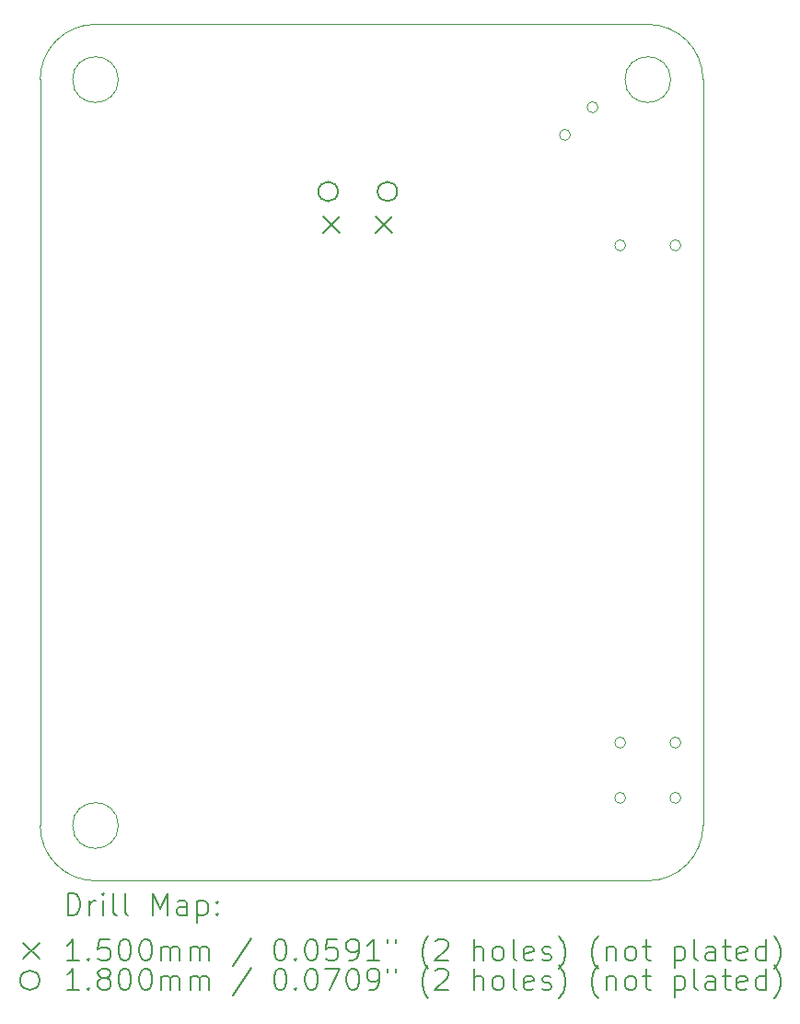
<source format=gbr>
%TF.GenerationSoftware,KiCad,Pcbnew,7.0.6-0*%
%TF.CreationDate,2023-12-23T18:43:20-05:00*%
%TF.ProjectId,Cornhole Wiring,436f726e-686f-46c6-9520-576972696e67,rev?*%
%TF.SameCoordinates,Original*%
%TF.FileFunction,Drillmap*%
%TF.FilePolarity,Positive*%
%FSLAX45Y45*%
G04 Gerber Fmt 4.5, Leading zero omitted, Abs format (unit mm)*
G04 Created by KiCad (PCBNEW 7.0.6-0) date 2023-12-23 18:43:20*
%MOMM*%
%LPD*%
G01*
G04 APERTURE LIST*
%ADD10C,0.100000*%
%ADD11C,0.200000*%
%ADD12C,0.150000*%
%ADD13C,0.180000*%
G04 APERTURE END LIST*
D10*
X11226000Y-5334000D02*
G75*
G03*
X11226000Y-5334000I-50000J0D01*
G01*
X10972000Y-5588000D02*
G75*
G03*
X10972000Y-5588000I-50000J0D01*
G01*
X11988000Y-6604000D02*
G75*
G03*
X11988000Y-6604000I-50000J0D01*
G01*
X11480000Y-6604000D02*
G75*
G03*
X11480000Y-6604000I-50000J0D01*
G01*
X11480000Y-11684000D02*
G75*
G03*
X11480000Y-11684000I-50000J0D01*
G01*
X11988000Y-11176000D02*
G75*
G03*
X11988000Y-11176000I-50000J0D01*
G01*
X11480000Y-11176000D02*
G75*
G03*
X11480000Y-11176000I-50000J0D01*
G01*
X11988000Y-11684000D02*
G75*
G03*
X11988000Y-11684000I-50000J0D01*
G01*
X6814000Y-11938000D02*
G75*
G03*
X6814000Y-11938000I-210000J0D01*
G01*
X6814000Y-5080000D02*
G75*
G03*
X6814000Y-5080000I-210000J0D01*
G01*
X11894000Y-5080000D02*
G75*
G03*
X11894000Y-5080000I-210000J0D01*
G01*
X6604000Y-12446000D02*
X11684000Y-12446000D01*
X6096000Y-5080000D02*
X6096000Y-11938000D01*
X11684000Y-4572000D02*
X6604000Y-4572000D01*
X12192000Y-11938000D02*
X12192000Y-5080000D01*
X11684000Y-12446000D02*
G75*
G03*
X12192000Y-11938000I0J508000D01*
G01*
X6096000Y-11938000D02*
G75*
G03*
X6604000Y-12446000I508000J0D01*
G01*
X6604000Y-4572000D02*
G75*
G03*
X6096000Y-5080000I0J-508000D01*
G01*
X12192000Y-5080000D02*
G75*
G03*
X11684000Y-4572000I-508000J0D01*
G01*
D11*
D12*
X8699500Y-6337000D02*
X8849500Y-6487000D01*
X8849500Y-6337000D02*
X8699500Y-6487000D01*
X9184500Y-6337000D02*
X9334500Y-6487000D01*
X9334500Y-6337000D02*
X9184500Y-6487000D01*
D13*
X8834500Y-6109000D02*
G75*
G03*
X8834500Y-6109000I-90000J0D01*
G01*
X9379500Y-6109000D02*
G75*
G03*
X9379500Y-6109000I-90000J0D01*
G01*
D11*
X6351777Y-12762484D02*
X6351777Y-12562484D01*
X6351777Y-12562484D02*
X6399396Y-12562484D01*
X6399396Y-12562484D02*
X6427967Y-12572008D01*
X6427967Y-12572008D02*
X6447015Y-12591055D01*
X6447015Y-12591055D02*
X6456539Y-12610103D01*
X6456539Y-12610103D02*
X6466062Y-12648198D01*
X6466062Y-12648198D02*
X6466062Y-12676769D01*
X6466062Y-12676769D02*
X6456539Y-12714865D01*
X6456539Y-12714865D02*
X6447015Y-12733912D01*
X6447015Y-12733912D02*
X6427967Y-12752960D01*
X6427967Y-12752960D02*
X6399396Y-12762484D01*
X6399396Y-12762484D02*
X6351777Y-12762484D01*
X6551777Y-12762484D02*
X6551777Y-12629150D01*
X6551777Y-12667246D02*
X6561301Y-12648198D01*
X6561301Y-12648198D02*
X6570824Y-12638674D01*
X6570824Y-12638674D02*
X6589872Y-12629150D01*
X6589872Y-12629150D02*
X6608920Y-12629150D01*
X6675586Y-12762484D02*
X6675586Y-12629150D01*
X6675586Y-12562484D02*
X6666062Y-12572008D01*
X6666062Y-12572008D02*
X6675586Y-12581531D01*
X6675586Y-12581531D02*
X6685110Y-12572008D01*
X6685110Y-12572008D02*
X6675586Y-12562484D01*
X6675586Y-12562484D02*
X6675586Y-12581531D01*
X6799396Y-12762484D02*
X6780348Y-12752960D01*
X6780348Y-12752960D02*
X6770824Y-12733912D01*
X6770824Y-12733912D02*
X6770824Y-12562484D01*
X6904158Y-12762484D02*
X6885110Y-12752960D01*
X6885110Y-12752960D02*
X6875586Y-12733912D01*
X6875586Y-12733912D02*
X6875586Y-12562484D01*
X7132729Y-12762484D02*
X7132729Y-12562484D01*
X7132729Y-12562484D02*
X7199396Y-12705341D01*
X7199396Y-12705341D02*
X7266062Y-12562484D01*
X7266062Y-12562484D02*
X7266062Y-12762484D01*
X7447015Y-12762484D02*
X7447015Y-12657722D01*
X7447015Y-12657722D02*
X7437491Y-12638674D01*
X7437491Y-12638674D02*
X7418443Y-12629150D01*
X7418443Y-12629150D02*
X7380348Y-12629150D01*
X7380348Y-12629150D02*
X7361301Y-12638674D01*
X7447015Y-12752960D02*
X7427967Y-12762484D01*
X7427967Y-12762484D02*
X7380348Y-12762484D01*
X7380348Y-12762484D02*
X7361301Y-12752960D01*
X7361301Y-12752960D02*
X7351777Y-12733912D01*
X7351777Y-12733912D02*
X7351777Y-12714865D01*
X7351777Y-12714865D02*
X7361301Y-12695817D01*
X7361301Y-12695817D02*
X7380348Y-12686293D01*
X7380348Y-12686293D02*
X7427967Y-12686293D01*
X7427967Y-12686293D02*
X7447015Y-12676769D01*
X7542253Y-12629150D02*
X7542253Y-12829150D01*
X7542253Y-12638674D02*
X7561301Y-12629150D01*
X7561301Y-12629150D02*
X7599396Y-12629150D01*
X7599396Y-12629150D02*
X7618443Y-12638674D01*
X7618443Y-12638674D02*
X7627967Y-12648198D01*
X7627967Y-12648198D02*
X7637491Y-12667246D01*
X7637491Y-12667246D02*
X7637491Y-12724388D01*
X7637491Y-12724388D02*
X7627967Y-12743436D01*
X7627967Y-12743436D02*
X7618443Y-12752960D01*
X7618443Y-12752960D02*
X7599396Y-12762484D01*
X7599396Y-12762484D02*
X7561301Y-12762484D01*
X7561301Y-12762484D02*
X7542253Y-12752960D01*
X7723205Y-12743436D02*
X7732729Y-12752960D01*
X7732729Y-12752960D02*
X7723205Y-12762484D01*
X7723205Y-12762484D02*
X7713682Y-12752960D01*
X7713682Y-12752960D02*
X7723205Y-12743436D01*
X7723205Y-12743436D02*
X7723205Y-12762484D01*
X7723205Y-12638674D02*
X7732729Y-12648198D01*
X7732729Y-12648198D02*
X7723205Y-12657722D01*
X7723205Y-12657722D02*
X7713682Y-12648198D01*
X7713682Y-12648198D02*
X7723205Y-12638674D01*
X7723205Y-12638674D02*
X7723205Y-12657722D01*
D12*
X5941000Y-13016000D02*
X6091000Y-13166000D01*
X6091000Y-13016000D02*
X5941000Y-13166000D01*
D11*
X6456539Y-13182484D02*
X6342253Y-13182484D01*
X6399396Y-13182484D02*
X6399396Y-12982484D01*
X6399396Y-12982484D02*
X6380348Y-13011055D01*
X6380348Y-13011055D02*
X6361301Y-13030103D01*
X6361301Y-13030103D02*
X6342253Y-13039627D01*
X6542253Y-13163436D02*
X6551777Y-13172960D01*
X6551777Y-13172960D02*
X6542253Y-13182484D01*
X6542253Y-13182484D02*
X6532729Y-13172960D01*
X6532729Y-13172960D02*
X6542253Y-13163436D01*
X6542253Y-13163436D02*
X6542253Y-13182484D01*
X6732729Y-12982484D02*
X6637491Y-12982484D01*
X6637491Y-12982484D02*
X6627967Y-13077722D01*
X6627967Y-13077722D02*
X6637491Y-13068198D01*
X6637491Y-13068198D02*
X6656539Y-13058674D01*
X6656539Y-13058674D02*
X6704158Y-13058674D01*
X6704158Y-13058674D02*
X6723205Y-13068198D01*
X6723205Y-13068198D02*
X6732729Y-13077722D01*
X6732729Y-13077722D02*
X6742253Y-13096769D01*
X6742253Y-13096769D02*
X6742253Y-13144388D01*
X6742253Y-13144388D02*
X6732729Y-13163436D01*
X6732729Y-13163436D02*
X6723205Y-13172960D01*
X6723205Y-13172960D02*
X6704158Y-13182484D01*
X6704158Y-13182484D02*
X6656539Y-13182484D01*
X6656539Y-13182484D02*
X6637491Y-13172960D01*
X6637491Y-13172960D02*
X6627967Y-13163436D01*
X6866062Y-12982484D02*
X6885110Y-12982484D01*
X6885110Y-12982484D02*
X6904158Y-12992008D01*
X6904158Y-12992008D02*
X6913682Y-13001531D01*
X6913682Y-13001531D02*
X6923205Y-13020579D01*
X6923205Y-13020579D02*
X6932729Y-13058674D01*
X6932729Y-13058674D02*
X6932729Y-13106293D01*
X6932729Y-13106293D02*
X6923205Y-13144388D01*
X6923205Y-13144388D02*
X6913682Y-13163436D01*
X6913682Y-13163436D02*
X6904158Y-13172960D01*
X6904158Y-13172960D02*
X6885110Y-13182484D01*
X6885110Y-13182484D02*
X6866062Y-13182484D01*
X6866062Y-13182484D02*
X6847015Y-13172960D01*
X6847015Y-13172960D02*
X6837491Y-13163436D01*
X6837491Y-13163436D02*
X6827967Y-13144388D01*
X6827967Y-13144388D02*
X6818443Y-13106293D01*
X6818443Y-13106293D02*
X6818443Y-13058674D01*
X6818443Y-13058674D02*
X6827967Y-13020579D01*
X6827967Y-13020579D02*
X6837491Y-13001531D01*
X6837491Y-13001531D02*
X6847015Y-12992008D01*
X6847015Y-12992008D02*
X6866062Y-12982484D01*
X7056539Y-12982484D02*
X7075586Y-12982484D01*
X7075586Y-12982484D02*
X7094634Y-12992008D01*
X7094634Y-12992008D02*
X7104158Y-13001531D01*
X7104158Y-13001531D02*
X7113682Y-13020579D01*
X7113682Y-13020579D02*
X7123205Y-13058674D01*
X7123205Y-13058674D02*
X7123205Y-13106293D01*
X7123205Y-13106293D02*
X7113682Y-13144388D01*
X7113682Y-13144388D02*
X7104158Y-13163436D01*
X7104158Y-13163436D02*
X7094634Y-13172960D01*
X7094634Y-13172960D02*
X7075586Y-13182484D01*
X7075586Y-13182484D02*
X7056539Y-13182484D01*
X7056539Y-13182484D02*
X7037491Y-13172960D01*
X7037491Y-13172960D02*
X7027967Y-13163436D01*
X7027967Y-13163436D02*
X7018443Y-13144388D01*
X7018443Y-13144388D02*
X7008920Y-13106293D01*
X7008920Y-13106293D02*
X7008920Y-13058674D01*
X7008920Y-13058674D02*
X7018443Y-13020579D01*
X7018443Y-13020579D02*
X7027967Y-13001531D01*
X7027967Y-13001531D02*
X7037491Y-12992008D01*
X7037491Y-12992008D02*
X7056539Y-12982484D01*
X7208920Y-13182484D02*
X7208920Y-13049150D01*
X7208920Y-13068198D02*
X7218443Y-13058674D01*
X7218443Y-13058674D02*
X7237491Y-13049150D01*
X7237491Y-13049150D02*
X7266063Y-13049150D01*
X7266063Y-13049150D02*
X7285110Y-13058674D01*
X7285110Y-13058674D02*
X7294634Y-13077722D01*
X7294634Y-13077722D02*
X7294634Y-13182484D01*
X7294634Y-13077722D02*
X7304158Y-13058674D01*
X7304158Y-13058674D02*
X7323205Y-13049150D01*
X7323205Y-13049150D02*
X7351777Y-13049150D01*
X7351777Y-13049150D02*
X7370824Y-13058674D01*
X7370824Y-13058674D02*
X7380348Y-13077722D01*
X7380348Y-13077722D02*
X7380348Y-13182484D01*
X7475586Y-13182484D02*
X7475586Y-13049150D01*
X7475586Y-13068198D02*
X7485110Y-13058674D01*
X7485110Y-13058674D02*
X7504158Y-13049150D01*
X7504158Y-13049150D02*
X7532729Y-13049150D01*
X7532729Y-13049150D02*
X7551777Y-13058674D01*
X7551777Y-13058674D02*
X7561301Y-13077722D01*
X7561301Y-13077722D02*
X7561301Y-13182484D01*
X7561301Y-13077722D02*
X7570824Y-13058674D01*
X7570824Y-13058674D02*
X7589872Y-13049150D01*
X7589872Y-13049150D02*
X7618443Y-13049150D01*
X7618443Y-13049150D02*
X7637491Y-13058674D01*
X7637491Y-13058674D02*
X7647015Y-13077722D01*
X7647015Y-13077722D02*
X7647015Y-13182484D01*
X8037491Y-12972960D02*
X7866063Y-13230103D01*
X8294634Y-12982484D02*
X8313682Y-12982484D01*
X8313682Y-12982484D02*
X8332729Y-12992008D01*
X8332729Y-12992008D02*
X8342253Y-13001531D01*
X8342253Y-13001531D02*
X8351777Y-13020579D01*
X8351777Y-13020579D02*
X8361301Y-13058674D01*
X8361301Y-13058674D02*
X8361301Y-13106293D01*
X8361301Y-13106293D02*
X8351777Y-13144388D01*
X8351777Y-13144388D02*
X8342253Y-13163436D01*
X8342253Y-13163436D02*
X8332729Y-13172960D01*
X8332729Y-13172960D02*
X8313682Y-13182484D01*
X8313682Y-13182484D02*
X8294634Y-13182484D01*
X8294634Y-13182484D02*
X8275586Y-13172960D01*
X8275586Y-13172960D02*
X8266063Y-13163436D01*
X8266063Y-13163436D02*
X8256539Y-13144388D01*
X8256539Y-13144388D02*
X8247015Y-13106293D01*
X8247015Y-13106293D02*
X8247015Y-13058674D01*
X8247015Y-13058674D02*
X8256539Y-13020579D01*
X8256539Y-13020579D02*
X8266063Y-13001531D01*
X8266063Y-13001531D02*
X8275586Y-12992008D01*
X8275586Y-12992008D02*
X8294634Y-12982484D01*
X8447015Y-13163436D02*
X8456539Y-13172960D01*
X8456539Y-13172960D02*
X8447015Y-13182484D01*
X8447015Y-13182484D02*
X8437491Y-13172960D01*
X8437491Y-13172960D02*
X8447015Y-13163436D01*
X8447015Y-13163436D02*
X8447015Y-13182484D01*
X8580348Y-12982484D02*
X8599396Y-12982484D01*
X8599396Y-12982484D02*
X8618444Y-12992008D01*
X8618444Y-12992008D02*
X8627968Y-13001531D01*
X8627968Y-13001531D02*
X8637491Y-13020579D01*
X8637491Y-13020579D02*
X8647015Y-13058674D01*
X8647015Y-13058674D02*
X8647015Y-13106293D01*
X8647015Y-13106293D02*
X8637491Y-13144388D01*
X8637491Y-13144388D02*
X8627968Y-13163436D01*
X8627968Y-13163436D02*
X8618444Y-13172960D01*
X8618444Y-13172960D02*
X8599396Y-13182484D01*
X8599396Y-13182484D02*
X8580348Y-13182484D01*
X8580348Y-13182484D02*
X8561301Y-13172960D01*
X8561301Y-13172960D02*
X8551777Y-13163436D01*
X8551777Y-13163436D02*
X8542253Y-13144388D01*
X8542253Y-13144388D02*
X8532729Y-13106293D01*
X8532729Y-13106293D02*
X8532729Y-13058674D01*
X8532729Y-13058674D02*
X8542253Y-13020579D01*
X8542253Y-13020579D02*
X8551777Y-13001531D01*
X8551777Y-13001531D02*
X8561301Y-12992008D01*
X8561301Y-12992008D02*
X8580348Y-12982484D01*
X8827968Y-12982484D02*
X8732729Y-12982484D01*
X8732729Y-12982484D02*
X8723206Y-13077722D01*
X8723206Y-13077722D02*
X8732729Y-13068198D01*
X8732729Y-13068198D02*
X8751777Y-13058674D01*
X8751777Y-13058674D02*
X8799396Y-13058674D01*
X8799396Y-13058674D02*
X8818444Y-13068198D01*
X8818444Y-13068198D02*
X8827968Y-13077722D01*
X8827968Y-13077722D02*
X8837491Y-13096769D01*
X8837491Y-13096769D02*
X8837491Y-13144388D01*
X8837491Y-13144388D02*
X8827968Y-13163436D01*
X8827968Y-13163436D02*
X8818444Y-13172960D01*
X8818444Y-13172960D02*
X8799396Y-13182484D01*
X8799396Y-13182484D02*
X8751777Y-13182484D01*
X8751777Y-13182484D02*
X8732729Y-13172960D01*
X8732729Y-13172960D02*
X8723206Y-13163436D01*
X8932729Y-13182484D02*
X8970825Y-13182484D01*
X8970825Y-13182484D02*
X8989872Y-13172960D01*
X8989872Y-13172960D02*
X8999396Y-13163436D01*
X8999396Y-13163436D02*
X9018444Y-13134865D01*
X9018444Y-13134865D02*
X9027968Y-13096769D01*
X9027968Y-13096769D02*
X9027968Y-13020579D01*
X9027968Y-13020579D02*
X9018444Y-13001531D01*
X9018444Y-13001531D02*
X9008920Y-12992008D01*
X9008920Y-12992008D02*
X8989872Y-12982484D01*
X8989872Y-12982484D02*
X8951777Y-12982484D01*
X8951777Y-12982484D02*
X8932729Y-12992008D01*
X8932729Y-12992008D02*
X8923206Y-13001531D01*
X8923206Y-13001531D02*
X8913682Y-13020579D01*
X8913682Y-13020579D02*
X8913682Y-13068198D01*
X8913682Y-13068198D02*
X8923206Y-13087246D01*
X8923206Y-13087246D02*
X8932729Y-13096769D01*
X8932729Y-13096769D02*
X8951777Y-13106293D01*
X8951777Y-13106293D02*
X8989872Y-13106293D01*
X8989872Y-13106293D02*
X9008920Y-13096769D01*
X9008920Y-13096769D02*
X9018444Y-13087246D01*
X9018444Y-13087246D02*
X9027968Y-13068198D01*
X9218444Y-13182484D02*
X9104158Y-13182484D01*
X9161301Y-13182484D02*
X9161301Y-12982484D01*
X9161301Y-12982484D02*
X9142253Y-13011055D01*
X9142253Y-13011055D02*
X9123206Y-13030103D01*
X9123206Y-13030103D02*
X9104158Y-13039627D01*
X9294634Y-12982484D02*
X9294634Y-13020579D01*
X9370825Y-12982484D02*
X9370825Y-13020579D01*
X9666063Y-13258674D02*
X9656539Y-13249150D01*
X9656539Y-13249150D02*
X9637491Y-13220579D01*
X9637491Y-13220579D02*
X9627968Y-13201531D01*
X9627968Y-13201531D02*
X9618444Y-13172960D01*
X9618444Y-13172960D02*
X9608920Y-13125341D01*
X9608920Y-13125341D02*
X9608920Y-13087246D01*
X9608920Y-13087246D02*
X9618444Y-13039627D01*
X9618444Y-13039627D02*
X9627968Y-13011055D01*
X9627968Y-13011055D02*
X9637491Y-12992008D01*
X9637491Y-12992008D02*
X9656539Y-12963436D01*
X9656539Y-12963436D02*
X9666063Y-12953912D01*
X9732730Y-13001531D02*
X9742253Y-12992008D01*
X9742253Y-12992008D02*
X9761301Y-12982484D01*
X9761301Y-12982484D02*
X9808920Y-12982484D01*
X9808920Y-12982484D02*
X9827968Y-12992008D01*
X9827968Y-12992008D02*
X9837491Y-13001531D01*
X9837491Y-13001531D02*
X9847015Y-13020579D01*
X9847015Y-13020579D02*
X9847015Y-13039627D01*
X9847015Y-13039627D02*
X9837491Y-13068198D01*
X9837491Y-13068198D02*
X9723206Y-13182484D01*
X9723206Y-13182484D02*
X9847015Y-13182484D01*
X10085111Y-13182484D02*
X10085111Y-12982484D01*
X10170825Y-13182484D02*
X10170825Y-13077722D01*
X10170825Y-13077722D02*
X10161301Y-13058674D01*
X10161301Y-13058674D02*
X10142253Y-13049150D01*
X10142253Y-13049150D02*
X10113682Y-13049150D01*
X10113682Y-13049150D02*
X10094634Y-13058674D01*
X10094634Y-13058674D02*
X10085111Y-13068198D01*
X10294634Y-13182484D02*
X10275587Y-13172960D01*
X10275587Y-13172960D02*
X10266063Y-13163436D01*
X10266063Y-13163436D02*
X10256539Y-13144388D01*
X10256539Y-13144388D02*
X10256539Y-13087246D01*
X10256539Y-13087246D02*
X10266063Y-13068198D01*
X10266063Y-13068198D02*
X10275587Y-13058674D01*
X10275587Y-13058674D02*
X10294634Y-13049150D01*
X10294634Y-13049150D02*
X10323206Y-13049150D01*
X10323206Y-13049150D02*
X10342253Y-13058674D01*
X10342253Y-13058674D02*
X10351777Y-13068198D01*
X10351777Y-13068198D02*
X10361301Y-13087246D01*
X10361301Y-13087246D02*
X10361301Y-13144388D01*
X10361301Y-13144388D02*
X10351777Y-13163436D01*
X10351777Y-13163436D02*
X10342253Y-13172960D01*
X10342253Y-13172960D02*
X10323206Y-13182484D01*
X10323206Y-13182484D02*
X10294634Y-13182484D01*
X10475587Y-13182484D02*
X10456539Y-13172960D01*
X10456539Y-13172960D02*
X10447015Y-13153912D01*
X10447015Y-13153912D02*
X10447015Y-12982484D01*
X10627968Y-13172960D02*
X10608920Y-13182484D01*
X10608920Y-13182484D02*
X10570825Y-13182484D01*
X10570825Y-13182484D02*
X10551777Y-13172960D01*
X10551777Y-13172960D02*
X10542253Y-13153912D01*
X10542253Y-13153912D02*
X10542253Y-13077722D01*
X10542253Y-13077722D02*
X10551777Y-13058674D01*
X10551777Y-13058674D02*
X10570825Y-13049150D01*
X10570825Y-13049150D02*
X10608920Y-13049150D01*
X10608920Y-13049150D02*
X10627968Y-13058674D01*
X10627968Y-13058674D02*
X10637492Y-13077722D01*
X10637492Y-13077722D02*
X10637492Y-13096769D01*
X10637492Y-13096769D02*
X10542253Y-13115817D01*
X10713682Y-13172960D02*
X10732730Y-13182484D01*
X10732730Y-13182484D02*
X10770825Y-13182484D01*
X10770825Y-13182484D02*
X10789873Y-13172960D01*
X10789873Y-13172960D02*
X10799396Y-13153912D01*
X10799396Y-13153912D02*
X10799396Y-13144388D01*
X10799396Y-13144388D02*
X10789873Y-13125341D01*
X10789873Y-13125341D02*
X10770825Y-13115817D01*
X10770825Y-13115817D02*
X10742253Y-13115817D01*
X10742253Y-13115817D02*
X10723206Y-13106293D01*
X10723206Y-13106293D02*
X10713682Y-13087246D01*
X10713682Y-13087246D02*
X10713682Y-13077722D01*
X10713682Y-13077722D02*
X10723206Y-13058674D01*
X10723206Y-13058674D02*
X10742253Y-13049150D01*
X10742253Y-13049150D02*
X10770825Y-13049150D01*
X10770825Y-13049150D02*
X10789873Y-13058674D01*
X10866063Y-13258674D02*
X10875587Y-13249150D01*
X10875587Y-13249150D02*
X10894634Y-13220579D01*
X10894634Y-13220579D02*
X10904158Y-13201531D01*
X10904158Y-13201531D02*
X10913682Y-13172960D01*
X10913682Y-13172960D02*
X10923206Y-13125341D01*
X10923206Y-13125341D02*
X10923206Y-13087246D01*
X10923206Y-13087246D02*
X10913682Y-13039627D01*
X10913682Y-13039627D02*
X10904158Y-13011055D01*
X10904158Y-13011055D02*
X10894634Y-12992008D01*
X10894634Y-12992008D02*
X10875587Y-12963436D01*
X10875587Y-12963436D02*
X10866063Y-12953912D01*
X11227968Y-13258674D02*
X11218444Y-13249150D01*
X11218444Y-13249150D02*
X11199396Y-13220579D01*
X11199396Y-13220579D02*
X11189872Y-13201531D01*
X11189872Y-13201531D02*
X11180349Y-13172960D01*
X11180349Y-13172960D02*
X11170825Y-13125341D01*
X11170825Y-13125341D02*
X11170825Y-13087246D01*
X11170825Y-13087246D02*
X11180349Y-13039627D01*
X11180349Y-13039627D02*
X11189872Y-13011055D01*
X11189872Y-13011055D02*
X11199396Y-12992008D01*
X11199396Y-12992008D02*
X11218444Y-12963436D01*
X11218444Y-12963436D02*
X11227968Y-12953912D01*
X11304158Y-13049150D02*
X11304158Y-13182484D01*
X11304158Y-13068198D02*
X11313682Y-13058674D01*
X11313682Y-13058674D02*
X11332730Y-13049150D01*
X11332730Y-13049150D02*
X11361301Y-13049150D01*
X11361301Y-13049150D02*
X11380349Y-13058674D01*
X11380349Y-13058674D02*
X11389872Y-13077722D01*
X11389872Y-13077722D02*
X11389872Y-13182484D01*
X11513682Y-13182484D02*
X11494634Y-13172960D01*
X11494634Y-13172960D02*
X11485111Y-13163436D01*
X11485111Y-13163436D02*
X11475587Y-13144388D01*
X11475587Y-13144388D02*
X11475587Y-13087246D01*
X11475587Y-13087246D02*
X11485111Y-13068198D01*
X11485111Y-13068198D02*
X11494634Y-13058674D01*
X11494634Y-13058674D02*
X11513682Y-13049150D01*
X11513682Y-13049150D02*
X11542253Y-13049150D01*
X11542253Y-13049150D02*
X11561301Y-13058674D01*
X11561301Y-13058674D02*
X11570825Y-13068198D01*
X11570825Y-13068198D02*
X11580349Y-13087246D01*
X11580349Y-13087246D02*
X11580349Y-13144388D01*
X11580349Y-13144388D02*
X11570825Y-13163436D01*
X11570825Y-13163436D02*
X11561301Y-13172960D01*
X11561301Y-13172960D02*
X11542253Y-13182484D01*
X11542253Y-13182484D02*
X11513682Y-13182484D01*
X11637492Y-13049150D02*
X11713682Y-13049150D01*
X11666063Y-12982484D02*
X11666063Y-13153912D01*
X11666063Y-13153912D02*
X11675587Y-13172960D01*
X11675587Y-13172960D02*
X11694634Y-13182484D01*
X11694634Y-13182484D02*
X11713682Y-13182484D01*
X11932730Y-13049150D02*
X11932730Y-13249150D01*
X11932730Y-13058674D02*
X11951777Y-13049150D01*
X11951777Y-13049150D02*
X11989873Y-13049150D01*
X11989873Y-13049150D02*
X12008920Y-13058674D01*
X12008920Y-13058674D02*
X12018444Y-13068198D01*
X12018444Y-13068198D02*
X12027968Y-13087246D01*
X12027968Y-13087246D02*
X12027968Y-13144388D01*
X12027968Y-13144388D02*
X12018444Y-13163436D01*
X12018444Y-13163436D02*
X12008920Y-13172960D01*
X12008920Y-13172960D02*
X11989873Y-13182484D01*
X11989873Y-13182484D02*
X11951777Y-13182484D01*
X11951777Y-13182484D02*
X11932730Y-13172960D01*
X12142253Y-13182484D02*
X12123206Y-13172960D01*
X12123206Y-13172960D02*
X12113682Y-13153912D01*
X12113682Y-13153912D02*
X12113682Y-12982484D01*
X12304158Y-13182484D02*
X12304158Y-13077722D01*
X12304158Y-13077722D02*
X12294634Y-13058674D01*
X12294634Y-13058674D02*
X12275587Y-13049150D01*
X12275587Y-13049150D02*
X12237492Y-13049150D01*
X12237492Y-13049150D02*
X12218444Y-13058674D01*
X12304158Y-13172960D02*
X12285111Y-13182484D01*
X12285111Y-13182484D02*
X12237492Y-13182484D01*
X12237492Y-13182484D02*
X12218444Y-13172960D01*
X12218444Y-13172960D02*
X12208920Y-13153912D01*
X12208920Y-13153912D02*
X12208920Y-13134865D01*
X12208920Y-13134865D02*
X12218444Y-13115817D01*
X12218444Y-13115817D02*
X12237492Y-13106293D01*
X12237492Y-13106293D02*
X12285111Y-13106293D01*
X12285111Y-13106293D02*
X12304158Y-13096769D01*
X12370825Y-13049150D02*
X12447015Y-13049150D01*
X12399396Y-12982484D02*
X12399396Y-13153912D01*
X12399396Y-13153912D02*
X12408920Y-13172960D01*
X12408920Y-13172960D02*
X12427968Y-13182484D01*
X12427968Y-13182484D02*
X12447015Y-13182484D01*
X12589873Y-13172960D02*
X12570825Y-13182484D01*
X12570825Y-13182484D02*
X12532730Y-13182484D01*
X12532730Y-13182484D02*
X12513682Y-13172960D01*
X12513682Y-13172960D02*
X12504158Y-13153912D01*
X12504158Y-13153912D02*
X12504158Y-13077722D01*
X12504158Y-13077722D02*
X12513682Y-13058674D01*
X12513682Y-13058674D02*
X12532730Y-13049150D01*
X12532730Y-13049150D02*
X12570825Y-13049150D01*
X12570825Y-13049150D02*
X12589873Y-13058674D01*
X12589873Y-13058674D02*
X12599396Y-13077722D01*
X12599396Y-13077722D02*
X12599396Y-13096769D01*
X12599396Y-13096769D02*
X12504158Y-13115817D01*
X12770825Y-13182484D02*
X12770825Y-12982484D01*
X12770825Y-13172960D02*
X12751777Y-13182484D01*
X12751777Y-13182484D02*
X12713682Y-13182484D01*
X12713682Y-13182484D02*
X12694634Y-13172960D01*
X12694634Y-13172960D02*
X12685111Y-13163436D01*
X12685111Y-13163436D02*
X12675587Y-13144388D01*
X12675587Y-13144388D02*
X12675587Y-13087246D01*
X12675587Y-13087246D02*
X12685111Y-13068198D01*
X12685111Y-13068198D02*
X12694634Y-13058674D01*
X12694634Y-13058674D02*
X12713682Y-13049150D01*
X12713682Y-13049150D02*
X12751777Y-13049150D01*
X12751777Y-13049150D02*
X12770825Y-13058674D01*
X12847015Y-13258674D02*
X12856539Y-13249150D01*
X12856539Y-13249150D02*
X12875587Y-13220579D01*
X12875587Y-13220579D02*
X12885111Y-13201531D01*
X12885111Y-13201531D02*
X12894634Y-13172960D01*
X12894634Y-13172960D02*
X12904158Y-13125341D01*
X12904158Y-13125341D02*
X12904158Y-13087246D01*
X12904158Y-13087246D02*
X12894634Y-13039627D01*
X12894634Y-13039627D02*
X12885111Y-13011055D01*
X12885111Y-13011055D02*
X12875587Y-12992008D01*
X12875587Y-12992008D02*
X12856539Y-12963436D01*
X12856539Y-12963436D02*
X12847015Y-12953912D01*
D13*
X6091000Y-13361000D02*
G75*
G03*
X6091000Y-13361000I-90000J0D01*
G01*
D11*
X6456539Y-13452484D02*
X6342253Y-13452484D01*
X6399396Y-13452484D02*
X6399396Y-13252484D01*
X6399396Y-13252484D02*
X6380348Y-13281055D01*
X6380348Y-13281055D02*
X6361301Y-13300103D01*
X6361301Y-13300103D02*
X6342253Y-13309627D01*
X6542253Y-13433436D02*
X6551777Y-13442960D01*
X6551777Y-13442960D02*
X6542253Y-13452484D01*
X6542253Y-13452484D02*
X6532729Y-13442960D01*
X6532729Y-13442960D02*
X6542253Y-13433436D01*
X6542253Y-13433436D02*
X6542253Y-13452484D01*
X6666062Y-13338198D02*
X6647015Y-13328674D01*
X6647015Y-13328674D02*
X6637491Y-13319150D01*
X6637491Y-13319150D02*
X6627967Y-13300103D01*
X6627967Y-13300103D02*
X6627967Y-13290579D01*
X6627967Y-13290579D02*
X6637491Y-13271531D01*
X6637491Y-13271531D02*
X6647015Y-13262008D01*
X6647015Y-13262008D02*
X6666062Y-13252484D01*
X6666062Y-13252484D02*
X6704158Y-13252484D01*
X6704158Y-13252484D02*
X6723205Y-13262008D01*
X6723205Y-13262008D02*
X6732729Y-13271531D01*
X6732729Y-13271531D02*
X6742253Y-13290579D01*
X6742253Y-13290579D02*
X6742253Y-13300103D01*
X6742253Y-13300103D02*
X6732729Y-13319150D01*
X6732729Y-13319150D02*
X6723205Y-13328674D01*
X6723205Y-13328674D02*
X6704158Y-13338198D01*
X6704158Y-13338198D02*
X6666062Y-13338198D01*
X6666062Y-13338198D02*
X6647015Y-13347722D01*
X6647015Y-13347722D02*
X6637491Y-13357246D01*
X6637491Y-13357246D02*
X6627967Y-13376293D01*
X6627967Y-13376293D02*
X6627967Y-13414388D01*
X6627967Y-13414388D02*
X6637491Y-13433436D01*
X6637491Y-13433436D02*
X6647015Y-13442960D01*
X6647015Y-13442960D02*
X6666062Y-13452484D01*
X6666062Y-13452484D02*
X6704158Y-13452484D01*
X6704158Y-13452484D02*
X6723205Y-13442960D01*
X6723205Y-13442960D02*
X6732729Y-13433436D01*
X6732729Y-13433436D02*
X6742253Y-13414388D01*
X6742253Y-13414388D02*
X6742253Y-13376293D01*
X6742253Y-13376293D02*
X6732729Y-13357246D01*
X6732729Y-13357246D02*
X6723205Y-13347722D01*
X6723205Y-13347722D02*
X6704158Y-13338198D01*
X6866062Y-13252484D02*
X6885110Y-13252484D01*
X6885110Y-13252484D02*
X6904158Y-13262008D01*
X6904158Y-13262008D02*
X6913682Y-13271531D01*
X6913682Y-13271531D02*
X6923205Y-13290579D01*
X6923205Y-13290579D02*
X6932729Y-13328674D01*
X6932729Y-13328674D02*
X6932729Y-13376293D01*
X6932729Y-13376293D02*
X6923205Y-13414388D01*
X6923205Y-13414388D02*
X6913682Y-13433436D01*
X6913682Y-13433436D02*
X6904158Y-13442960D01*
X6904158Y-13442960D02*
X6885110Y-13452484D01*
X6885110Y-13452484D02*
X6866062Y-13452484D01*
X6866062Y-13452484D02*
X6847015Y-13442960D01*
X6847015Y-13442960D02*
X6837491Y-13433436D01*
X6837491Y-13433436D02*
X6827967Y-13414388D01*
X6827967Y-13414388D02*
X6818443Y-13376293D01*
X6818443Y-13376293D02*
X6818443Y-13328674D01*
X6818443Y-13328674D02*
X6827967Y-13290579D01*
X6827967Y-13290579D02*
X6837491Y-13271531D01*
X6837491Y-13271531D02*
X6847015Y-13262008D01*
X6847015Y-13262008D02*
X6866062Y-13252484D01*
X7056539Y-13252484D02*
X7075586Y-13252484D01*
X7075586Y-13252484D02*
X7094634Y-13262008D01*
X7094634Y-13262008D02*
X7104158Y-13271531D01*
X7104158Y-13271531D02*
X7113682Y-13290579D01*
X7113682Y-13290579D02*
X7123205Y-13328674D01*
X7123205Y-13328674D02*
X7123205Y-13376293D01*
X7123205Y-13376293D02*
X7113682Y-13414388D01*
X7113682Y-13414388D02*
X7104158Y-13433436D01*
X7104158Y-13433436D02*
X7094634Y-13442960D01*
X7094634Y-13442960D02*
X7075586Y-13452484D01*
X7075586Y-13452484D02*
X7056539Y-13452484D01*
X7056539Y-13452484D02*
X7037491Y-13442960D01*
X7037491Y-13442960D02*
X7027967Y-13433436D01*
X7027967Y-13433436D02*
X7018443Y-13414388D01*
X7018443Y-13414388D02*
X7008920Y-13376293D01*
X7008920Y-13376293D02*
X7008920Y-13328674D01*
X7008920Y-13328674D02*
X7018443Y-13290579D01*
X7018443Y-13290579D02*
X7027967Y-13271531D01*
X7027967Y-13271531D02*
X7037491Y-13262008D01*
X7037491Y-13262008D02*
X7056539Y-13252484D01*
X7208920Y-13452484D02*
X7208920Y-13319150D01*
X7208920Y-13338198D02*
X7218443Y-13328674D01*
X7218443Y-13328674D02*
X7237491Y-13319150D01*
X7237491Y-13319150D02*
X7266063Y-13319150D01*
X7266063Y-13319150D02*
X7285110Y-13328674D01*
X7285110Y-13328674D02*
X7294634Y-13347722D01*
X7294634Y-13347722D02*
X7294634Y-13452484D01*
X7294634Y-13347722D02*
X7304158Y-13328674D01*
X7304158Y-13328674D02*
X7323205Y-13319150D01*
X7323205Y-13319150D02*
X7351777Y-13319150D01*
X7351777Y-13319150D02*
X7370824Y-13328674D01*
X7370824Y-13328674D02*
X7380348Y-13347722D01*
X7380348Y-13347722D02*
X7380348Y-13452484D01*
X7475586Y-13452484D02*
X7475586Y-13319150D01*
X7475586Y-13338198D02*
X7485110Y-13328674D01*
X7485110Y-13328674D02*
X7504158Y-13319150D01*
X7504158Y-13319150D02*
X7532729Y-13319150D01*
X7532729Y-13319150D02*
X7551777Y-13328674D01*
X7551777Y-13328674D02*
X7561301Y-13347722D01*
X7561301Y-13347722D02*
X7561301Y-13452484D01*
X7561301Y-13347722D02*
X7570824Y-13328674D01*
X7570824Y-13328674D02*
X7589872Y-13319150D01*
X7589872Y-13319150D02*
X7618443Y-13319150D01*
X7618443Y-13319150D02*
X7637491Y-13328674D01*
X7637491Y-13328674D02*
X7647015Y-13347722D01*
X7647015Y-13347722D02*
X7647015Y-13452484D01*
X8037491Y-13242960D02*
X7866063Y-13500103D01*
X8294634Y-13252484D02*
X8313682Y-13252484D01*
X8313682Y-13252484D02*
X8332729Y-13262008D01*
X8332729Y-13262008D02*
X8342253Y-13271531D01*
X8342253Y-13271531D02*
X8351777Y-13290579D01*
X8351777Y-13290579D02*
X8361301Y-13328674D01*
X8361301Y-13328674D02*
X8361301Y-13376293D01*
X8361301Y-13376293D02*
X8351777Y-13414388D01*
X8351777Y-13414388D02*
X8342253Y-13433436D01*
X8342253Y-13433436D02*
X8332729Y-13442960D01*
X8332729Y-13442960D02*
X8313682Y-13452484D01*
X8313682Y-13452484D02*
X8294634Y-13452484D01*
X8294634Y-13452484D02*
X8275586Y-13442960D01*
X8275586Y-13442960D02*
X8266063Y-13433436D01*
X8266063Y-13433436D02*
X8256539Y-13414388D01*
X8256539Y-13414388D02*
X8247015Y-13376293D01*
X8247015Y-13376293D02*
X8247015Y-13328674D01*
X8247015Y-13328674D02*
X8256539Y-13290579D01*
X8256539Y-13290579D02*
X8266063Y-13271531D01*
X8266063Y-13271531D02*
X8275586Y-13262008D01*
X8275586Y-13262008D02*
X8294634Y-13252484D01*
X8447015Y-13433436D02*
X8456539Y-13442960D01*
X8456539Y-13442960D02*
X8447015Y-13452484D01*
X8447015Y-13452484D02*
X8437491Y-13442960D01*
X8437491Y-13442960D02*
X8447015Y-13433436D01*
X8447015Y-13433436D02*
X8447015Y-13452484D01*
X8580348Y-13252484D02*
X8599396Y-13252484D01*
X8599396Y-13252484D02*
X8618444Y-13262008D01*
X8618444Y-13262008D02*
X8627968Y-13271531D01*
X8627968Y-13271531D02*
X8637491Y-13290579D01*
X8637491Y-13290579D02*
X8647015Y-13328674D01*
X8647015Y-13328674D02*
X8647015Y-13376293D01*
X8647015Y-13376293D02*
X8637491Y-13414388D01*
X8637491Y-13414388D02*
X8627968Y-13433436D01*
X8627968Y-13433436D02*
X8618444Y-13442960D01*
X8618444Y-13442960D02*
X8599396Y-13452484D01*
X8599396Y-13452484D02*
X8580348Y-13452484D01*
X8580348Y-13452484D02*
X8561301Y-13442960D01*
X8561301Y-13442960D02*
X8551777Y-13433436D01*
X8551777Y-13433436D02*
X8542253Y-13414388D01*
X8542253Y-13414388D02*
X8532729Y-13376293D01*
X8532729Y-13376293D02*
X8532729Y-13328674D01*
X8532729Y-13328674D02*
X8542253Y-13290579D01*
X8542253Y-13290579D02*
X8551777Y-13271531D01*
X8551777Y-13271531D02*
X8561301Y-13262008D01*
X8561301Y-13262008D02*
X8580348Y-13252484D01*
X8713682Y-13252484D02*
X8847015Y-13252484D01*
X8847015Y-13252484D02*
X8761301Y-13452484D01*
X8961301Y-13252484D02*
X8980349Y-13252484D01*
X8980349Y-13252484D02*
X8999396Y-13262008D01*
X8999396Y-13262008D02*
X9008920Y-13271531D01*
X9008920Y-13271531D02*
X9018444Y-13290579D01*
X9018444Y-13290579D02*
X9027968Y-13328674D01*
X9027968Y-13328674D02*
X9027968Y-13376293D01*
X9027968Y-13376293D02*
X9018444Y-13414388D01*
X9018444Y-13414388D02*
X9008920Y-13433436D01*
X9008920Y-13433436D02*
X8999396Y-13442960D01*
X8999396Y-13442960D02*
X8980349Y-13452484D01*
X8980349Y-13452484D02*
X8961301Y-13452484D01*
X8961301Y-13452484D02*
X8942253Y-13442960D01*
X8942253Y-13442960D02*
X8932729Y-13433436D01*
X8932729Y-13433436D02*
X8923206Y-13414388D01*
X8923206Y-13414388D02*
X8913682Y-13376293D01*
X8913682Y-13376293D02*
X8913682Y-13328674D01*
X8913682Y-13328674D02*
X8923206Y-13290579D01*
X8923206Y-13290579D02*
X8932729Y-13271531D01*
X8932729Y-13271531D02*
X8942253Y-13262008D01*
X8942253Y-13262008D02*
X8961301Y-13252484D01*
X9123206Y-13452484D02*
X9161301Y-13452484D01*
X9161301Y-13452484D02*
X9180349Y-13442960D01*
X9180349Y-13442960D02*
X9189872Y-13433436D01*
X9189872Y-13433436D02*
X9208920Y-13404865D01*
X9208920Y-13404865D02*
X9218444Y-13366769D01*
X9218444Y-13366769D02*
X9218444Y-13290579D01*
X9218444Y-13290579D02*
X9208920Y-13271531D01*
X9208920Y-13271531D02*
X9199396Y-13262008D01*
X9199396Y-13262008D02*
X9180349Y-13252484D01*
X9180349Y-13252484D02*
X9142253Y-13252484D01*
X9142253Y-13252484D02*
X9123206Y-13262008D01*
X9123206Y-13262008D02*
X9113682Y-13271531D01*
X9113682Y-13271531D02*
X9104158Y-13290579D01*
X9104158Y-13290579D02*
X9104158Y-13338198D01*
X9104158Y-13338198D02*
X9113682Y-13357246D01*
X9113682Y-13357246D02*
X9123206Y-13366769D01*
X9123206Y-13366769D02*
X9142253Y-13376293D01*
X9142253Y-13376293D02*
X9180349Y-13376293D01*
X9180349Y-13376293D02*
X9199396Y-13366769D01*
X9199396Y-13366769D02*
X9208920Y-13357246D01*
X9208920Y-13357246D02*
X9218444Y-13338198D01*
X9294634Y-13252484D02*
X9294634Y-13290579D01*
X9370825Y-13252484D02*
X9370825Y-13290579D01*
X9666063Y-13528674D02*
X9656539Y-13519150D01*
X9656539Y-13519150D02*
X9637491Y-13490579D01*
X9637491Y-13490579D02*
X9627968Y-13471531D01*
X9627968Y-13471531D02*
X9618444Y-13442960D01*
X9618444Y-13442960D02*
X9608920Y-13395341D01*
X9608920Y-13395341D02*
X9608920Y-13357246D01*
X9608920Y-13357246D02*
X9618444Y-13309627D01*
X9618444Y-13309627D02*
X9627968Y-13281055D01*
X9627968Y-13281055D02*
X9637491Y-13262008D01*
X9637491Y-13262008D02*
X9656539Y-13233436D01*
X9656539Y-13233436D02*
X9666063Y-13223912D01*
X9732730Y-13271531D02*
X9742253Y-13262008D01*
X9742253Y-13262008D02*
X9761301Y-13252484D01*
X9761301Y-13252484D02*
X9808920Y-13252484D01*
X9808920Y-13252484D02*
X9827968Y-13262008D01*
X9827968Y-13262008D02*
X9837491Y-13271531D01*
X9837491Y-13271531D02*
X9847015Y-13290579D01*
X9847015Y-13290579D02*
X9847015Y-13309627D01*
X9847015Y-13309627D02*
X9837491Y-13338198D01*
X9837491Y-13338198D02*
X9723206Y-13452484D01*
X9723206Y-13452484D02*
X9847015Y-13452484D01*
X10085111Y-13452484D02*
X10085111Y-13252484D01*
X10170825Y-13452484D02*
X10170825Y-13347722D01*
X10170825Y-13347722D02*
X10161301Y-13328674D01*
X10161301Y-13328674D02*
X10142253Y-13319150D01*
X10142253Y-13319150D02*
X10113682Y-13319150D01*
X10113682Y-13319150D02*
X10094634Y-13328674D01*
X10094634Y-13328674D02*
X10085111Y-13338198D01*
X10294634Y-13452484D02*
X10275587Y-13442960D01*
X10275587Y-13442960D02*
X10266063Y-13433436D01*
X10266063Y-13433436D02*
X10256539Y-13414388D01*
X10256539Y-13414388D02*
X10256539Y-13357246D01*
X10256539Y-13357246D02*
X10266063Y-13338198D01*
X10266063Y-13338198D02*
X10275587Y-13328674D01*
X10275587Y-13328674D02*
X10294634Y-13319150D01*
X10294634Y-13319150D02*
X10323206Y-13319150D01*
X10323206Y-13319150D02*
X10342253Y-13328674D01*
X10342253Y-13328674D02*
X10351777Y-13338198D01*
X10351777Y-13338198D02*
X10361301Y-13357246D01*
X10361301Y-13357246D02*
X10361301Y-13414388D01*
X10361301Y-13414388D02*
X10351777Y-13433436D01*
X10351777Y-13433436D02*
X10342253Y-13442960D01*
X10342253Y-13442960D02*
X10323206Y-13452484D01*
X10323206Y-13452484D02*
X10294634Y-13452484D01*
X10475587Y-13452484D02*
X10456539Y-13442960D01*
X10456539Y-13442960D02*
X10447015Y-13423912D01*
X10447015Y-13423912D02*
X10447015Y-13252484D01*
X10627968Y-13442960D02*
X10608920Y-13452484D01*
X10608920Y-13452484D02*
X10570825Y-13452484D01*
X10570825Y-13452484D02*
X10551777Y-13442960D01*
X10551777Y-13442960D02*
X10542253Y-13423912D01*
X10542253Y-13423912D02*
X10542253Y-13347722D01*
X10542253Y-13347722D02*
X10551777Y-13328674D01*
X10551777Y-13328674D02*
X10570825Y-13319150D01*
X10570825Y-13319150D02*
X10608920Y-13319150D01*
X10608920Y-13319150D02*
X10627968Y-13328674D01*
X10627968Y-13328674D02*
X10637492Y-13347722D01*
X10637492Y-13347722D02*
X10637492Y-13366769D01*
X10637492Y-13366769D02*
X10542253Y-13385817D01*
X10713682Y-13442960D02*
X10732730Y-13452484D01*
X10732730Y-13452484D02*
X10770825Y-13452484D01*
X10770825Y-13452484D02*
X10789873Y-13442960D01*
X10789873Y-13442960D02*
X10799396Y-13423912D01*
X10799396Y-13423912D02*
X10799396Y-13414388D01*
X10799396Y-13414388D02*
X10789873Y-13395341D01*
X10789873Y-13395341D02*
X10770825Y-13385817D01*
X10770825Y-13385817D02*
X10742253Y-13385817D01*
X10742253Y-13385817D02*
X10723206Y-13376293D01*
X10723206Y-13376293D02*
X10713682Y-13357246D01*
X10713682Y-13357246D02*
X10713682Y-13347722D01*
X10713682Y-13347722D02*
X10723206Y-13328674D01*
X10723206Y-13328674D02*
X10742253Y-13319150D01*
X10742253Y-13319150D02*
X10770825Y-13319150D01*
X10770825Y-13319150D02*
X10789873Y-13328674D01*
X10866063Y-13528674D02*
X10875587Y-13519150D01*
X10875587Y-13519150D02*
X10894634Y-13490579D01*
X10894634Y-13490579D02*
X10904158Y-13471531D01*
X10904158Y-13471531D02*
X10913682Y-13442960D01*
X10913682Y-13442960D02*
X10923206Y-13395341D01*
X10923206Y-13395341D02*
X10923206Y-13357246D01*
X10923206Y-13357246D02*
X10913682Y-13309627D01*
X10913682Y-13309627D02*
X10904158Y-13281055D01*
X10904158Y-13281055D02*
X10894634Y-13262008D01*
X10894634Y-13262008D02*
X10875587Y-13233436D01*
X10875587Y-13233436D02*
X10866063Y-13223912D01*
X11227968Y-13528674D02*
X11218444Y-13519150D01*
X11218444Y-13519150D02*
X11199396Y-13490579D01*
X11199396Y-13490579D02*
X11189872Y-13471531D01*
X11189872Y-13471531D02*
X11180349Y-13442960D01*
X11180349Y-13442960D02*
X11170825Y-13395341D01*
X11170825Y-13395341D02*
X11170825Y-13357246D01*
X11170825Y-13357246D02*
X11180349Y-13309627D01*
X11180349Y-13309627D02*
X11189872Y-13281055D01*
X11189872Y-13281055D02*
X11199396Y-13262008D01*
X11199396Y-13262008D02*
X11218444Y-13233436D01*
X11218444Y-13233436D02*
X11227968Y-13223912D01*
X11304158Y-13319150D02*
X11304158Y-13452484D01*
X11304158Y-13338198D02*
X11313682Y-13328674D01*
X11313682Y-13328674D02*
X11332730Y-13319150D01*
X11332730Y-13319150D02*
X11361301Y-13319150D01*
X11361301Y-13319150D02*
X11380349Y-13328674D01*
X11380349Y-13328674D02*
X11389872Y-13347722D01*
X11389872Y-13347722D02*
X11389872Y-13452484D01*
X11513682Y-13452484D02*
X11494634Y-13442960D01*
X11494634Y-13442960D02*
X11485111Y-13433436D01*
X11485111Y-13433436D02*
X11475587Y-13414388D01*
X11475587Y-13414388D02*
X11475587Y-13357246D01*
X11475587Y-13357246D02*
X11485111Y-13338198D01*
X11485111Y-13338198D02*
X11494634Y-13328674D01*
X11494634Y-13328674D02*
X11513682Y-13319150D01*
X11513682Y-13319150D02*
X11542253Y-13319150D01*
X11542253Y-13319150D02*
X11561301Y-13328674D01*
X11561301Y-13328674D02*
X11570825Y-13338198D01*
X11570825Y-13338198D02*
X11580349Y-13357246D01*
X11580349Y-13357246D02*
X11580349Y-13414388D01*
X11580349Y-13414388D02*
X11570825Y-13433436D01*
X11570825Y-13433436D02*
X11561301Y-13442960D01*
X11561301Y-13442960D02*
X11542253Y-13452484D01*
X11542253Y-13452484D02*
X11513682Y-13452484D01*
X11637492Y-13319150D02*
X11713682Y-13319150D01*
X11666063Y-13252484D02*
X11666063Y-13423912D01*
X11666063Y-13423912D02*
X11675587Y-13442960D01*
X11675587Y-13442960D02*
X11694634Y-13452484D01*
X11694634Y-13452484D02*
X11713682Y-13452484D01*
X11932730Y-13319150D02*
X11932730Y-13519150D01*
X11932730Y-13328674D02*
X11951777Y-13319150D01*
X11951777Y-13319150D02*
X11989873Y-13319150D01*
X11989873Y-13319150D02*
X12008920Y-13328674D01*
X12008920Y-13328674D02*
X12018444Y-13338198D01*
X12018444Y-13338198D02*
X12027968Y-13357246D01*
X12027968Y-13357246D02*
X12027968Y-13414388D01*
X12027968Y-13414388D02*
X12018444Y-13433436D01*
X12018444Y-13433436D02*
X12008920Y-13442960D01*
X12008920Y-13442960D02*
X11989873Y-13452484D01*
X11989873Y-13452484D02*
X11951777Y-13452484D01*
X11951777Y-13452484D02*
X11932730Y-13442960D01*
X12142253Y-13452484D02*
X12123206Y-13442960D01*
X12123206Y-13442960D02*
X12113682Y-13423912D01*
X12113682Y-13423912D02*
X12113682Y-13252484D01*
X12304158Y-13452484D02*
X12304158Y-13347722D01*
X12304158Y-13347722D02*
X12294634Y-13328674D01*
X12294634Y-13328674D02*
X12275587Y-13319150D01*
X12275587Y-13319150D02*
X12237492Y-13319150D01*
X12237492Y-13319150D02*
X12218444Y-13328674D01*
X12304158Y-13442960D02*
X12285111Y-13452484D01*
X12285111Y-13452484D02*
X12237492Y-13452484D01*
X12237492Y-13452484D02*
X12218444Y-13442960D01*
X12218444Y-13442960D02*
X12208920Y-13423912D01*
X12208920Y-13423912D02*
X12208920Y-13404865D01*
X12208920Y-13404865D02*
X12218444Y-13385817D01*
X12218444Y-13385817D02*
X12237492Y-13376293D01*
X12237492Y-13376293D02*
X12285111Y-13376293D01*
X12285111Y-13376293D02*
X12304158Y-13366769D01*
X12370825Y-13319150D02*
X12447015Y-13319150D01*
X12399396Y-13252484D02*
X12399396Y-13423912D01*
X12399396Y-13423912D02*
X12408920Y-13442960D01*
X12408920Y-13442960D02*
X12427968Y-13452484D01*
X12427968Y-13452484D02*
X12447015Y-13452484D01*
X12589873Y-13442960D02*
X12570825Y-13452484D01*
X12570825Y-13452484D02*
X12532730Y-13452484D01*
X12532730Y-13452484D02*
X12513682Y-13442960D01*
X12513682Y-13442960D02*
X12504158Y-13423912D01*
X12504158Y-13423912D02*
X12504158Y-13347722D01*
X12504158Y-13347722D02*
X12513682Y-13328674D01*
X12513682Y-13328674D02*
X12532730Y-13319150D01*
X12532730Y-13319150D02*
X12570825Y-13319150D01*
X12570825Y-13319150D02*
X12589873Y-13328674D01*
X12589873Y-13328674D02*
X12599396Y-13347722D01*
X12599396Y-13347722D02*
X12599396Y-13366769D01*
X12599396Y-13366769D02*
X12504158Y-13385817D01*
X12770825Y-13452484D02*
X12770825Y-13252484D01*
X12770825Y-13442960D02*
X12751777Y-13452484D01*
X12751777Y-13452484D02*
X12713682Y-13452484D01*
X12713682Y-13452484D02*
X12694634Y-13442960D01*
X12694634Y-13442960D02*
X12685111Y-13433436D01*
X12685111Y-13433436D02*
X12675587Y-13414388D01*
X12675587Y-13414388D02*
X12675587Y-13357246D01*
X12675587Y-13357246D02*
X12685111Y-13338198D01*
X12685111Y-13338198D02*
X12694634Y-13328674D01*
X12694634Y-13328674D02*
X12713682Y-13319150D01*
X12713682Y-13319150D02*
X12751777Y-13319150D01*
X12751777Y-13319150D02*
X12770825Y-13328674D01*
X12847015Y-13528674D02*
X12856539Y-13519150D01*
X12856539Y-13519150D02*
X12875587Y-13490579D01*
X12875587Y-13490579D02*
X12885111Y-13471531D01*
X12885111Y-13471531D02*
X12894634Y-13442960D01*
X12894634Y-13442960D02*
X12904158Y-13395341D01*
X12904158Y-13395341D02*
X12904158Y-13357246D01*
X12904158Y-13357246D02*
X12894634Y-13309627D01*
X12894634Y-13309627D02*
X12885111Y-13281055D01*
X12885111Y-13281055D02*
X12875587Y-13262008D01*
X12875587Y-13262008D02*
X12856539Y-13233436D01*
X12856539Y-13233436D02*
X12847015Y-13223912D01*
M02*

</source>
